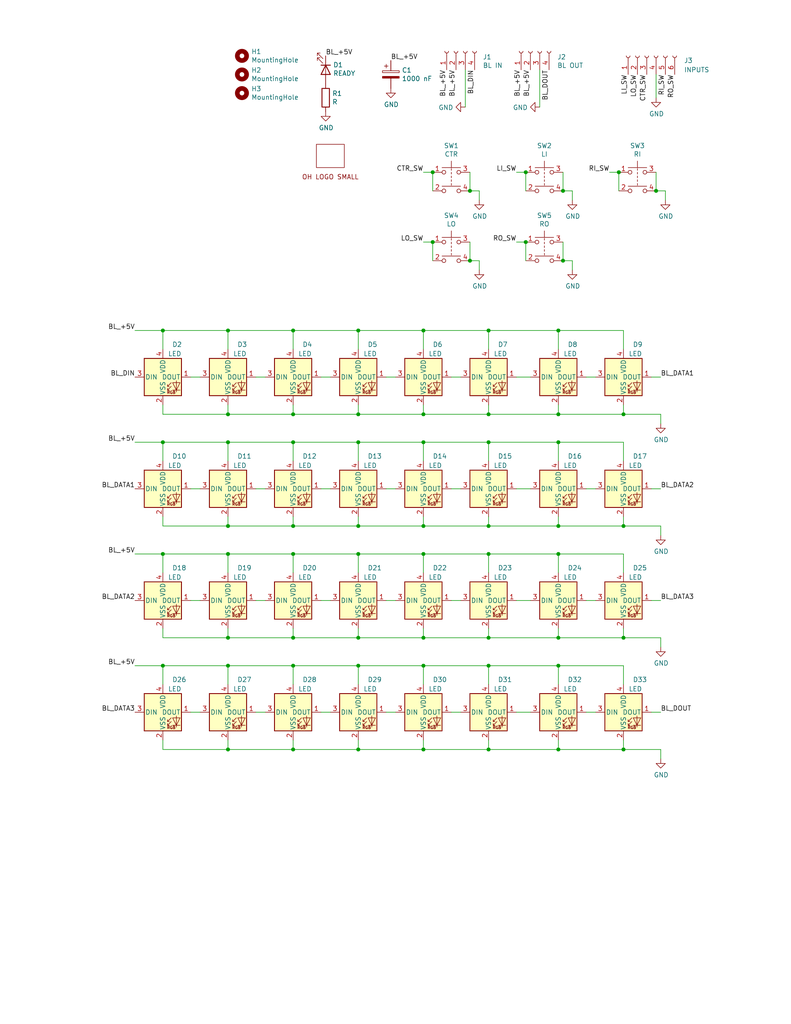
<source format=kicad_sch>
(kicad_sch (version 20211123) (generator eeschema)
  (paper "A" portrait)
  (title_block (title "JETT STATION SELECT") (date "2021-09-18") (rev "1") (company "www.OpenHornet.com"))
  (lib_symbols
    (symbol "Connector:Conn_01x04_Female" (pin_names (offset 1.016) hide)
      (property "Reference" "J" (at 0 5.08 0))
      (property "Value" "Conn_01x04_Female" (at 0 -7.62 0))
      (symbol "Conn_01x04_Female_1_1"
        (arc (start 0 -4.572) (mid -0.508 -5.08) (end 0 -5.588) (stroke (width 0.1524)))
        (arc (start 0 -2.032) (mid -0.508 -2.54) (end 0 -3.048) (stroke (width 0.1524)))
        (polyline (pts (xy -1.27 -5.08) (xy -0.508 -5.08)) (stroke (width 0.1524)))
        (polyline (pts (xy -1.27 -2.54) (xy -0.508 -2.54)) (stroke (width 0.1524)))
        (polyline (pts (xy -1.27 0) (xy -0.508 0)) (stroke (width 0.1524)))
        (polyline (pts (xy -1.27 2.54) (xy -0.508 2.54)) (stroke (width 0.1524)))
        (arc (start 0 0.508) (mid -0.508 0) (end 0 -0.508) (stroke (width 0.1524)))
        (arc (start 0 3.048) (mid -0.508 2.54) (end 0 2.032) (stroke (width 0.1524)))
        (pin passive line (at -5.08 2.54 0) (length 3.81) (name "Pin_1") (number "1"))
        (pin passive line (at -5.08 0 0) (length 3.81) (name "Pin_2") (number "2"))
        (pin passive line (at -5.08 -2.54 0) (length 3.81) (name "Pin_3") (number "3"))
        (pin passive line (at -5.08 -5.08 0) (length 3.81) (name "Pin_4") (number "4"))
      )
    )
    (symbol "Connector:Conn_01x06_Female" (pin_names (offset 1.016) hide)
      (property "Reference" "J" (at 0 7.62 0))
      (property "Value" "Conn_01x06_Female" (at 0 -10.16 0))
      (symbol "Conn_01x06_Female_1_1"
        (arc (start 0 -7.112) (mid -0.508 -7.62) (end 0 -8.128) (stroke (width 0.1524)))
        (arc (start 0 -4.572) (mid -0.508 -5.08) (end 0 -5.588) (stroke (width 0.1524)))
        (arc (start 0 -2.032) (mid -0.508 -2.54) (end 0 -3.048) (stroke (width 0.1524)))
        (polyline (pts (xy -1.27 -7.62) (xy -0.508 -7.62)) (stroke (width 0.1524)))
        (polyline (pts (xy -1.27 -5.08) (xy -0.508 -5.08)) (stroke (width 0.1524)))
        (polyline (pts (xy -1.27 -2.54) (xy -0.508 -2.54)) (stroke (width 0.1524)))
        (polyline (pts (xy -1.27 0) (xy -0.508 0)) (stroke (width 0.1524)))
        (polyline (pts (xy -1.27 2.54) (xy -0.508 2.54)) (stroke (width 0.1524)))
        (polyline (pts (xy -1.27 5.08) (xy -0.508 5.08)) (stroke (width 0.1524)))
        (arc (start 0 0.508) (mid -0.508 0) (end 0 -0.508) (stroke (width 0.1524)))
        (arc (start 0 3.048) (mid -0.508 2.54) (end 0 2.032) (stroke (width 0.1524)))
        (arc (start 0 5.588) (mid -0.508 5.08) (end 0 4.572) (stroke (width 0.1524)))
        (pin passive line (at -5.08 5.08 0) (length 3.81) (name "Pin_1") (number "1"))
        (pin passive line (at -5.08 2.54 0) (length 3.81) (name "Pin_2") (number "2"))
        (pin passive line (at -5.08 0 0) (length 3.81) (name "Pin_3") (number "3"))
        (pin passive line (at -5.08 -2.54 0) (length 3.81) (name "Pin_4") (number "4"))
        (pin passive line (at -5.08 -5.08 0) (length 3.81) (name "Pin_5") (number "5"))
        (pin passive line (at -5.08 -7.62 0) (length 3.81) (name "Pin_6") (number "6"))
      )
    )
    (symbol "Device:LED" (pin_numbers hide) (pin_names (offset 1.016) hide)
      (property "Reference" "D" (at 0 2.54 0))
      (property "Value" "LED" (at 0 -2.54 0))
      (symbol "LED_0_1"
        (polyline (pts (xy -1.27 -1.27) (xy -1.27 1.27)) (stroke (width 0.254)))
        (polyline (pts (xy -1.27 0) (xy 1.27 0)))
        (polyline (pts (xy 1.27 -1.27) (xy 1.27 1.27) (xy -1.27 0) (xy 1.27 -1.27)) (stroke (width 0.254)))
        (polyline (pts (xy -3.048 -0.762) (xy -4.572 -2.286) (xy -3.81 -2.286) (xy -4.572 -2.286) (xy -4.572 -1.524)))
        (polyline (pts (xy -1.778 -0.762) (xy -3.302 -2.286) (xy -2.54 -2.286) (xy -3.302 -2.286) (xy -3.302 -1.524)))
      )
      (symbol "LED_1_1"
        (pin passive line (at -3.81 0 0) (length 2.54) (name "K") (number "1"))
        (pin passive line (at 3.81 0 180) (length 2.54) (name "A") (number "2"))
      )
    )
    (symbol "Device:R" (pin_numbers hide) (pin_names (offset 0))
      (property "Reference" "R" (at 2.032 0 90))
      (property "Value" "R" (at 0 0 90))
      (symbol "R_0_1"
        (rectangle (start -1.016 -2.54) (end 1.016 2.54) (stroke (width 0.254)))
      )
      (symbol "R_1_1"
        (pin passive line (at 0 3.81 270) (length 1.27) (name "~") (number "1"))
        (pin passive line (at 0 -3.81 90) (length 1.27) (name "~") (number "2"))
      )
    )
    (symbol "JETT-STATION-SELECT-rescue:CP-Device" (pin_numbers hide) (pin_names (offset 0.254))
      (property "Reference" "C" (at 0.635 2.54 0))
      (property "Value" "CP-Device" (at 0.635 -2.54 0))
      (symbol "CP-Device_0_1"
        (rectangle (start -2.286 0.508) (end 2.286 1.016))
        (polyline (pts (xy -1.778 2.286) (xy -0.762 2.286)))
        (polyline (pts (xy -1.27 2.794) (xy -1.27 1.778)))
        (rectangle (start 2.286 -0.508) (end -2.286 -1.016) (fill (type outline)))
      )
      (symbol "CP-Device_1_1"
        (pin passive line (at 0 3.81 270) (length 2.794) (name "~") (number "1"))
        (pin passive line (at 0 -3.81 90) (length 2.794) (name "~") (number "2"))
      )
    )
    (symbol "JETT-STATION-SELECT-rescue:WS2812B-2020-KiCadCustomLib" (pin_names (offset 0.254))
      (property "Reference" "D" (at 5.08 5.715 0))
      (property "Value" "WS2812B-2020-KiCadCustomLib" (at 1.27 -5.715 0))
      (symbol "WS2812B-2020-KiCadCustomLib_0_0"
        (text "RGB" (at 2.286 -4.191 0) (effects (font (size 0.762 0.762))))
      )
      (symbol "WS2812B-2020-KiCadCustomLib_0_1"
        (polyline (pts (xy 1.27 -3.556) (xy 1.778 -3.556)))
        (polyline (pts (xy 1.27 -2.54) (xy 1.778 -2.54)))
        (polyline (pts (xy 4.699 -3.556) (xy 2.667 -3.556)))
        (polyline (pts (xy 2.286 -2.54) (xy 1.27 -3.556) (xy 1.27 -3.048)))
        (polyline (pts (xy 2.286 -1.524) (xy 1.27 -2.54) (xy 1.27 -2.032)))
        (polyline (pts (xy 3.683 -1.016) (xy 3.683 -3.556) (xy 3.683 -4.064)))
        (polyline (pts (xy 4.699 -1.524) (xy 2.667 -1.524) (xy 3.683 -3.556) (xy 4.699 -1.524)))
        (rectangle (start 5.08 5.08) (end -5.08 -5.08) (stroke (width 0.254)) (fill (type background)))
      )
      (symbol "WS2812B-2020-KiCadCustomLib_1_1"
        (pin output line (at 7.62 0 180) (length 2.54) (name "DOUT") (number "1"))
        (pin power_in line (at 0 -7.62 90) (length 2.54) (name "VSS") (number "2"))
        (pin input line (at -7.62 0 0) (length 2.54) (name "DIN") (number "3"))
        (pin power_in line (at 0 7.62 270) (length 2.54) (name "VDD") (number "4"))
      )
    )
    (symbol "KiCadCustomLib:Omron_B3F-1026" (pin_names (offset 1.016) hide)
      (property "Reference" "SW" (at 1.27 2.54 0))
      (property "Value" "Omron_B3F-1026" (at 0 -6.858 0))
      (symbol "Omron_B3F-1026_0_1"
        (circle (center -2.032 -5.08) (radius 0.508))
        (circle (center -2.032 0) (radius 0.508))
        (polyline (pts (xy 0 -3.048) (xy 0 -3.556)))
        (polyline (pts (xy 0 -2.032) (xy 0 -2.54)))
        (polyline (pts (xy 0 -1.524) (xy 0 -1.016)))
        (polyline (pts (xy 0 -0.508) (xy 0 0)))
        (polyline (pts (xy 0 0.508) (xy 0 1.016)))
        (polyline (pts (xy 0 1.27) (xy 0 3.048)))
        (polyline (pts (xy 2.54 -3.81) (xy -2.54 -3.81)))
        (polyline (pts (xy 2.54 1.27) (xy -2.54 1.27)))
        (circle (center 2.032 -5.08) (radius 0.508))
        (circle (center 2.032 0) (radius 0.508))
        (pin passive line (at -5.08 0 0) (length 2.54) (name "1") (number "1"))
        (pin passive line (at -5.08 -5.08 0) (length 2.54) (name "2") (number "2"))
        (pin passive line (at 5.08 0 180) (length 2.54) (name "3") (number "3"))
        (pin passive line (at 5.08 -5.08 180) (length 2.54) (name "4") (number "4"))
      )
    )
    (symbol "KiCadCustomLib:OpenHornetLogoSmall" (pin_numbers hide) (pin_names (offset 0) hide)
      (symbol "OpenHornetLogoSmall_0_0"
        (text "OH LOGO SMALL" (at 0 2.54 0) (effects (font (size 1.27 1.27))))
      )
      (symbol "OpenHornetLogoSmall_0_1"
        (rectangle (start 3.81 5.08) (end -3.81 11.43))
      )
    )
    (symbol "Mechanical:MountingHole" (pin_names (offset 1.016))
      (property "Reference" "H" (at 0 5.08 0))
      (property "Value" "MountingHole" (at 0 3.175 0))
      (symbol "MountingHole_0_1"
        (circle (center 0 0) (radius 1.27) (stroke (width 1.27)))
      )
    )
    (symbol "power:GND" (power) (pin_names (offset 0))
      (property "Value" "GND" (at 0 -3.81 0))
      (symbol "GND_0_1"
        (polyline (pts (xy 0 0) (xy 0 -1.27) (xy 1.27 -1.27) (xy 0 -2.54) (xy -1.27 -1.27) (xy 0 -1.27)))
      )
      (symbol "GND_1_1"
        (pin power_in line (at 0 0 270) (length 0) hide (name "GND") (number "1"))
      )
    )
  )
  (junction (at 80.01 181.61))
  (junction (at 97.79 181.61))
  (junction (at 80.01 143.51))
  (junction (at 133.35 204.47))
  (junction (at 133.35 113.03))
  (junction (at 168.91 46.99))
  (junction (at 97.79 143.51))
  (junction (at 152.4 113.03))
  (junction (at 44.45 90.17))
  (junction (at 62.23 204.47))
  (junction (at 152.4 143.51))
  (junction (at 44.45 120.65))
  (junction (at 152.4 120.65))
  (junction (at 152.4 204.47))
  (junction (at 97.79 151.13))
  (junction (at 115.57 204.47))
  (junction (at 152.4 151.13))
  (junction (at 152.4 173.99))
  (junction (at 80.01 90.17))
  (junction (at 80.01 151.13))
  (junction (at 133.35 143.51))
  (junction (at 115.57 90.17))
  (junction (at 133.35 151.13))
  (junction (at 143.51 46.99))
  (junction (at 152.4 90.17))
  (junction (at 118.11 66.04))
  (junction (at 179.07 52.07))
  (junction (at 115.57 181.61))
  (junction (at 97.79 120.65))
  (junction (at 133.35 173.99))
  (junction (at 80.01 120.65))
  (junction (at 62.23 90.17))
  (junction (at 143.51 66.04))
  (junction (at 153.67 71.12))
  (junction (at 80.01 113.03))
  (junction (at 170.18 173.99))
  (junction (at 170.18 204.47))
  (junction (at 62.23 143.51))
  (junction (at 44.45 151.13))
  (junction (at 80.01 173.99))
  (junction (at 128.27 71.12))
  (junction (at 97.79 173.99))
  (junction (at 62.23 120.65))
  (junction (at 62.23 173.99))
  (junction (at 133.35 181.61))
  (junction (at 128.27 52.07))
  (junction (at 153.67 52.07))
  (junction (at 133.35 120.65))
  (junction (at 133.35 90.17))
  (junction (at 115.57 120.65))
  (junction (at 62.23 113.03))
  (junction (at 115.57 173.99))
  (junction (at 62.23 151.13))
  (junction (at 152.4 181.61))
  (junction (at 62.23 181.61))
  (junction (at 115.57 143.51))
  (junction (at 97.79 204.47))
  (junction (at 118.11 46.99))
  (junction (at 97.79 90.17))
  (junction (at 80.01 204.47))
  (junction (at 115.57 113.03))
  (junction (at 115.57 151.13))
  (junction (at 97.79 113.03))
  (junction (at 44.45 181.61))
  (junction (at 170.18 143.51))
  (junction (at 170.18 113.03))
  (wire (pts (xy 177.8 133.35) (xy 180.34 133.35)))
  (wire (pts (xy 97.79 143.51) (xy 115.57 143.51)))
  (wire (pts (xy 115.57 120.65) (xy 133.35 120.65)))
  (wire (pts (xy 133.35 201.93) (xy 133.35 204.47)))
  (wire (pts (xy 179.07 52.07) (xy 179.07 46.99)))
  (wire (pts (xy 62.23 140.97) (xy 62.23 143.51)))
  (wire (pts (xy 97.79 201.93) (xy 97.79 204.47)))
  (wire (pts (xy 105.41 163.83) (xy 107.95 163.83)))
  (wire (pts (xy 80.01 110.49) (xy 80.01 113.03)))
  (wire (pts (xy 105.41 194.31) (xy 107.95 194.31)))
  (wire (pts (xy 115.57 156.21) (xy 115.57 151.13)))
  (wire (pts (xy 118.11 46.99) (xy 118.11 52.07)))
  (wire (pts (xy 80.01 143.51) (xy 97.79 143.51)))
  (wire (pts (xy 156.21 54.61) (xy 156.21 52.07)))
  (wire (pts (xy 133.35 90.17) (xy 152.4 90.17)))
  (wire (pts (xy 160.02 133.35) (xy 162.56 133.35)))
  (wire (pts (xy 179.07 20.32) (xy 179.07 26.67)))
  (wire (pts (xy 44.45 181.61) (xy 62.23 181.61)))
  (wire (pts (xy 97.79 125.73) (xy 97.79 120.65)))
  (wire (pts (xy 115.57 46.99) (xy 118.11 46.99)))
  (wire (pts (xy 44.45 110.49) (xy 44.45 113.03)))
  (wire (pts (xy 52.07 102.87) (xy 54.61 102.87)))
  (wire (pts (xy 156.21 71.12) (xy 153.67 71.12)))
  (wire (pts (xy 180.34 204.47) (xy 180.34 207.01)))
  (wire (pts (xy 97.79 173.99) (xy 115.57 173.99)))
  (wire (pts (xy 140.97 194.31) (xy 144.78 194.31)))
  (wire (pts (xy 115.57 173.99) (xy 133.35 173.99)))
  (wire (pts (xy 133.35 95.25) (xy 133.35 90.17)))
  (wire (pts (xy 128.27 71.12) (xy 128.27 66.04)))
  (wire (pts (xy 44.45 90.17) (xy 62.23 90.17)))
  (wire (pts (xy 130.81 52.07) (xy 128.27 52.07)))
  (wire (pts (xy 97.79 95.25) (xy 97.79 90.17)))
  (wire (pts (xy 152.4 120.65) (xy 170.18 120.65)))
  (wire (pts (xy 140.97 66.04) (xy 143.51 66.04)))
  (wire (pts (xy 152.4 113.03) (xy 170.18 113.03)))
  (wire (pts (xy 80.01 186.69) (xy 80.01 181.61)))
  (wire (pts (xy 115.57 201.93) (xy 115.57 204.47)))
  (wire (pts (xy 115.57 204.47) (xy 133.35 204.47)))
  (wire (pts (xy 115.57 66.04) (xy 118.11 66.04)))
  (wire (pts (xy 80.01 95.25) (xy 80.01 90.17)))
  (wire (pts (xy 80.01 204.47) (xy 97.79 204.47)))
  (wire (pts (xy 62.23 156.21) (xy 62.23 151.13)))
  (wire (pts (xy 115.57 151.13) (xy 133.35 151.13)))
  (wire (pts (xy 170.18 201.93) (xy 170.18 204.47)))
  (wire (pts (xy 115.57 113.03) (xy 133.35 113.03)))
  (wire (pts (xy 44.45 95.25) (xy 44.45 90.17)))
  (wire (pts (xy 62.23 113.03) (xy 80.01 113.03)))
  (wire (pts (xy 133.35 143.51) (xy 152.4 143.51)))
  (wire (pts (xy 140.97 163.83) (xy 144.78 163.83)))
  (wire (pts (xy 123.19 194.31) (xy 125.73 194.31)))
  (wire (pts (xy 115.57 125.73) (xy 115.57 120.65)))
  (wire (pts (xy 80.01 201.93) (xy 80.01 204.47)))
  (wire (pts (xy 80.01 90.17) (xy 97.79 90.17)))
  (wire (pts (xy 115.57 186.69) (xy 115.57 181.61)))
  (wire (pts (xy 170.18 186.69) (xy 170.18 181.61)))
  (wire (pts (xy 177.8 102.87) (xy 180.34 102.87)))
  (wire (pts (xy 170.18 110.49) (xy 170.18 113.03)))
  (wire (pts (xy 44.45 151.13) (xy 62.23 151.13)))
  (wire (pts (xy 62.23 201.93) (xy 62.23 204.47)))
  (wire (pts (xy 97.79 90.17) (xy 115.57 90.17)))
  (wire (pts (xy 152.4 95.25) (xy 152.4 90.17)))
  (wire (pts (xy 62.23 171.45) (xy 62.23 173.99)))
  (wire (pts (xy 170.18 113.03) (xy 180.34 113.03)))
  (wire (pts (xy 80.01 151.13) (xy 97.79 151.13)))
  (wire (pts (xy 133.35 113.03) (xy 152.4 113.03)))
  (wire (pts (xy 133.35 125.73) (xy 133.35 120.65)))
  (wire (pts (xy 44.45 120.65) (xy 62.23 120.65)))
  (wire (pts (xy 152.4 110.49) (xy 152.4 113.03)))
  (wire (pts (xy 44.45 201.93) (xy 44.45 204.47)))
  (wire (pts (xy 69.85 133.35) (xy 72.39 133.35)))
  (wire (pts (xy 97.79 186.69) (xy 97.79 181.61)))
  (wire (pts (xy 160.02 163.83) (xy 162.56 163.83)))
  (wire (pts (xy 36.83 181.61) (xy 44.45 181.61)))
  (wire (pts (xy 62.23 151.13) (xy 80.01 151.13)))
  (wire (pts (xy 44.45 140.97) (xy 44.45 143.51)))
  (wire (pts (xy 52.07 163.83) (xy 54.61 163.83)))
  (wire (pts (xy 133.35 181.61) (xy 152.4 181.61)))
  (wire (pts (xy 44.45 171.45) (xy 44.45 173.99)))
  (wire (pts (xy 152.4 201.93) (xy 152.4 204.47)))
  (wire (pts (xy 133.35 186.69) (xy 133.35 181.61)))
  (wire (pts (xy 123.19 102.87) (xy 125.73 102.87)))
  (wire (pts (xy 133.35 173.99) (xy 152.4 173.99)))
  (wire (pts (xy 115.57 143.51) (xy 133.35 143.51)))
  (wire (pts (xy 80.01 113.03) (xy 97.79 113.03)))
  (wire (pts (xy 170.18 125.73) (xy 170.18 120.65)))
  (wire (pts (xy 152.4 204.47) (xy 170.18 204.47)))
  (wire (pts (xy 166.37 46.99) (xy 168.91 46.99)))
  (wire (pts (xy 130.81 73.66) (xy 130.81 71.12)))
  (wire (pts (xy 170.18 140.97) (xy 170.18 143.51)))
  (wire (pts (xy 36.83 90.17) (xy 44.45 90.17)))
  (wire (pts (xy 170.18 173.99) (xy 180.34 173.99)))
  (wire (pts (xy 80.01 181.61) (xy 97.79 181.61)))
  (wire (pts (xy 87.63 133.35) (xy 90.17 133.35)))
  (wire (pts (xy 152.4 181.61) (xy 170.18 181.61)))
  (wire (pts (xy 156.21 73.66) (xy 156.21 71.12)))
  (wire (pts (xy 152.4 140.97) (xy 152.4 143.51)))
  (wire (pts (xy 80.01 156.21) (xy 80.01 151.13)))
  (wire (pts (xy 170.18 95.25) (xy 170.18 90.17)))
  (wire (pts (xy 97.79 204.47) (xy 115.57 204.47)))
  (wire (pts (xy 87.63 194.31) (xy 90.17 194.31)))
  (wire (pts (xy 130.81 71.12) (xy 128.27 71.12)))
  (wire (pts (xy 44.45 204.47) (xy 62.23 204.47)))
  (wire (pts (xy 62.23 173.99) (xy 80.01 173.99)))
  (wire (pts (xy 115.57 181.61) (xy 133.35 181.61)))
  (wire (pts (xy 170.18 204.47) (xy 180.34 204.47)))
  (wire (pts (xy 133.35 156.21) (xy 133.35 151.13)))
  (wire (pts (xy 152.4 90.17) (xy 170.18 90.17)))
  (wire (pts (xy 44.45 156.21) (xy 44.45 151.13)))
  (wire (pts (xy 152.4 156.21) (xy 152.4 151.13)))
  (wire (pts (xy 123.19 133.35) (xy 125.73 133.35)))
  (wire (pts (xy 115.57 90.17) (xy 133.35 90.17)))
  (wire (pts (xy 153.67 52.07) (xy 153.67 46.99)))
  (wire (pts (xy 170.18 143.51) (xy 180.34 143.51)))
  (wire (pts (xy 133.35 110.49) (xy 133.35 113.03)))
  (wire (pts (xy 44.45 113.03) (xy 62.23 113.03)))
  (wire (pts (xy 69.85 163.83) (xy 72.39 163.83)))
  (wire (pts (xy 105.41 133.35) (xy 107.95 133.35)))
  (wire (pts (xy 62.23 95.25) (xy 62.23 90.17)))
  (wire (pts (xy 80.01 120.65) (xy 97.79 120.65)))
  (wire (pts (xy 128.27 52.07) (xy 128.27 46.99)))
  (wire (pts (xy 87.63 102.87) (xy 90.17 102.87)))
  (wire (pts (xy 180.34 113.03) (xy 180.34 115.57)))
  (wire (pts (xy 36.83 151.13) (xy 44.45 151.13)))
  (wire (pts (xy 69.85 194.31) (xy 72.39 194.31)))
  (wire (pts (xy 97.79 120.65) (xy 115.57 120.65)))
  (wire (pts (xy 52.07 194.31) (xy 54.61 194.31)))
  (wire (pts (xy 62.23 204.47) (xy 80.01 204.47)))
  (wire (pts (xy 115.57 140.97) (xy 115.57 143.51)))
  (wire (pts (xy 133.35 140.97) (xy 133.35 143.51)))
  (wire (pts (xy 133.35 120.65) (xy 152.4 120.65)))
  (wire (pts (xy 52.07 133.35) (xy 54.61 133.35)))
  (wire (pts (xy 62.23 120.65) (xy 80.01 120.65)))
  (wire (pts (xy 140.97 133.35) (xy 144.78 133.35)))
  (wire (pts (xy 80.01 140.97) (xy 80.01 143.51)))
  (wire (pts (xy 62.23 143.51) (xy 80.01 143.51)))
  (wire (pts (xy 160.02 194.31) (xy 162.56 194.31)))
  (wire (pts (xy 170.18 156.21) (xy 170.18 151.13)))
  (wire (pts (xy 118.11 66.04) (xy 118.11 71.12)))
  (wire (pts (xy 87.63 163.83) (xy 90.17 163.83)))
  (wire (pts (xy 69.85 102.87) (xy 72.39 102.87)))
  (wire (pts (xy 152.4 125.73) (xy 152.4 120.65)))
  (wire (pts (xy 62.23 110.49) (xy 62.23 113.03)))
  (wire (pts (xy 97.79 140.97) (xy 97.79 143.51)))
  (wire (pts (xy 160.02 102.87) (xy 162.56 102.87)))
  (wire (pts (xy 168.91 46.99) (xy 168.91 52.07)))
  (wire (pts (xy 133.35 151.13) (xy 152.4 151.13)))
  (wire (pts (xy 115.57 110.49) (xy 115.57 113.03)))
  (wire (pts (xy 80.01 173.99) (xy 97.79 173.99)))
  (wire (pts (xy 44.45 143.51) (xy 62.23 143.51)))
  (wire (pts (xy 133.35 171.45) (xy 133.35 173.99)))
  (wire (pts (xy 123.19 163.83) (xy 125.73 163.83)))
  (wire (pts (xy 181.61 54.61) (xy 181.61 52.07)))
  (wire (pts (xy 133.35 204.47) (xy 152.4 204.47)))
  (wire (pts (xy 127 19.05) (xy 127 29.21)))
  (wire (pts (xy 180.34 173.99) (xy 180.34 176.53)))
  (wire (pts (xy 36.83 120.65) (xy 44.45 120.65)))
  (wire (pts (xy 97.79 181.61) (xy 115.57 181.61)))
  (wire (pts (xy 105.41 102.87) (xy 107.95 102.87)))
  (wire (pts (xy 143.51 66.04) (xy 143.51 71.12)))
  (wire (pts (xy 181.61 52.07) (xy 179.07 52.07)))
  (wire (pts (xy 152.4 151.13) (xy 170.18 151.13)))
  (wire (pts (xy 140.97 46.99) (xy 143.51 46.99)))
  (wire (pts (xy 62.23 90.17) (xy 80.01 90.17)))
  (wire (pts (xy 152.4 173.99) (xy 170.18 173.99)))
  (wire (pts (xy 152.4 143.51) (xy 170.18 143.51)))
  (wire (pts (xy 97.79 171.45) (xy 97.79 173.99)))
  (wire (pts (xy 97.79 113.03) (xy 115.57 113.03)))
  (wire (pts (xy 115.57 95.25) (xy 115.57 90.17)))
  (wire (pts (xy 80.01 171.45) (xy 80.01 173.99)))
  (wire (pts (xy 180.34 143.51) (xy 180.34 146.05)))
  (wire (pts (xy 140.97 102.87) (xy 144.78 102.87)))
  (wire (pts (xy 130.81 54.61) (xy 130.81 52.07)))
  (wire (pts (xy 97.79 156.21) (xy 97.79 151.13)))
  (wire (pts (xy 152.4 186.69) (xy 152.4 181.61)))
  (wire (pts (xy 62.23 181.61) (xy 80.01 181.61)))
  (wire (pts (xy 97.79 151.13) (xy 115.57 151.13)))
  (wire (pts (xy 152.4 171.45) (xy 152.4 173.99)))
  (wire (pts (xy 143.51 46.99) (xy 143.51 52.07)))
  (wire (pts (xy 44.45 186.69) (xy 44.45 181.61)))
  (wire (pts (xy 170.18 171.45) (xy 170.18 173.99)))
  (wire (pts (xy 156.21 52.07) (xy 153.67 52.07)))
  (wire (pts (xy 44.45 173.99) (xy 62.23 173.99)))
  (wire (pts (xy 62.23 125.73) (xy 62.23 120.65)))
  (wire (pts (xy 115.57 171.45) (xy 115.57 173.99)))
  (wire (pts (xy 147.32 29.21) (xy 147.32 19.05)))
  (wire (pts (xy 97.79 110.49) (xy 97.79 113.03)))
  (wire (pts (xy 62.23 186.69) (xy 62.23 181.61)))
  (wire (pts (xy 177.8 194.31) (xy 180.34 194.31)))
  (wire (pts (xy 177.8 163.83) (xy 180.34 163.83)))
  (wire (pts (xy 80.01 125.73) (xy 80.01 120.65)))
  (wire (pts (xy 153.67 71.12) (xy 153.67 66.04)))
  (wire (pts (xy 44.45 125.73) (xy 44.45 120.65)))
  (label "RI_SW" (at 181.61 20.32 270))
  (label "BL_+5V" (at 36.83 90.17 180))
  (label "RO_SW" (at 184.15 20.32 270))
  (label "BL_+5V" (at 36.83 120.65 180))
  (label "LO_SW" (at 173.99 20.32 270))
  (label "BL_DATA2" (at 180.34 133.35 0))
  (label "BL_DOUT" (at 149.86 19.05 270))
  (label "BL_DIN" (at 36.83 102.87 180))
  (label "BL_+5V" (at 124.46 19.05 270))
  (label "BL_DOUT" (at 180.34 194.31 0))
  (label "BL_+5V" (at 142.24 19.05 270))
  (label "CTR_SW" (at 176.53 20.32 270))
  (label "LI_SW" (at 140.97 46.99 180))
  (label "BL_+5V" (at 36.83 151.13 180))
  (label "LI_SW" (at 171.45 20.32 270))
  (label "BL_+5V" (at 121.92 19.05 270))
  (label "BL_DATA1" (at 180.34 102.87 0))
  (label "BL_DIN" (at 129.54 19.05 270))
  (label "LO_SW" (at 115.57 66.04 180))
  (label "BL_DATA3" (at 36.83 194.31 180))
  (label "BL_+5V" (at 144.78 19.05 270))
  (label "BL_+5V" (at 36.83 181.61 180))
  (label "BL_DATA1" (at 36.83 133.35 180))
  (label "CTR_SW" (at 115.57 46.99 180))
  (label "RI_SW" (at 166.37 46.99 180))
  (label "RO_SW" (at 140.97 66.04 180))
  (label "BL_+5V" (at 88.9 15.24 0))
  (label "BL_DATA2" (at 36.83 163.83 180))
  (label "BL_DATA3" (at 180.34 163.83 0))
  (label "BL_+5V" (at 106.68 16.51 0))
  (symbol (lib_id "power:GND") (at 130.81 54.61 0) (unit 1)
    (property "Reference" "#PWR03" (effects hide))
    (property "Value" "GND" (at 130.937 59.0042 0))
  )
  (symbol (lib_id "Connector:Conn_01x04_Female") (at 124.46 13.97 90) (unit 1)
    (property "Reference" "J1" (at 131.7752 15.5448 90) (effects (justify right)))
    (property "Value" "BL IN" (at 131.7752 17.8562 90) (effects (justify right)))
    (property "Footprint" "Connector_Molex:Molex_Mini-Fit_Jr_5566-04A_2x02_P4.20mm_Vertical" (effects hide))
  )
  (symbol (lib_id "Connector:Conn_01x04_Female") (at 144.78 13.97 90) (unit 1)
    (property "Reference" "J2" (at 152.0952 15.5448 90) (effects (justify right)))
    (property "Value" "BL OUT" (at 152.0952 17.8562 90) (effects (justify right)))
    (property "Footprint" "Connector_Molex:Molex_Mini-Fit_Jr_5566-04A_2x02_P4.20mm_Vertical" (effects hide))
  )
  (symbol (lib_id "power:GND") (at 127 29.21 270) (unit 1)
    (property "Reference" "#PWR08" (effects hide))
    (property "Value" "GND" (at 123.7488 29.337 90) (effects (justify right)))
  )
  (symbol (lib_id "Connector:Conn_01x06_Female") (at 176.53 15.24 90) (unit 1)
    (property "Reference" "J3" (at 186.69 16.51 90) (effects (justify right)))
    (property "Value" "INPUTS" (at 186.69 19.05 90) (effects (justify right)))
    (property "Footprint" "Connector_PinHeader_2.54mm:PinHeader_2x03_P2.54mm_Vertical" (effects hide))
  )
  (symbol (lib_id "power:GND") (at 147.32 29.21 270) (unit 1)
    (property "Reference" "#PWR09" (effects hide))
    (property "Value" "GND" (at 144.0688 29.337 90) (effects (justify right)))
  )
  (symbol (lib_id "Device:LED") (at 88.9 19.05 270) (unit 1)
    (property "Reference" "D1" (at 90.932 17.7038 90) (effects (justify left)))
    (property "Value" "READY" (at 90.932 20.0152 90) (effects (justify left)))
    (property "Footprint" "LED_THT:LED_D3.0mm" (effects hide))
  )
  (symbol (lib_id "Device:R") (at 88.9 26.67 0) (unit 1)
    (property "Reference" "R1" (at 90.678 25.5016 0) (effects (justify left)))
    (property "Value" "R" (at 90.678 27.813 0) (effects (justify left)))
    (property "Footprint" "Resistor_SMD:R_0603_1608Metric" (effects hide))
    (property "LCSC" "C23138" (effects hide))
  )
  (symbol (lib_id "power:GND") (at 88.9 30.48 0) (unit 1)
    (property "Reference" "#PWR010" (effects hide))
    (property "Value" "GND" (at 89.027 34.8742 0))
  )
  (symbol (lib_id "JETT-STATION-SELECT-rescue:CP-Device") (at 106.68 20.32 0) (unit 1)
    (property "Reference" "C1" (at 109.6772 19.1516 0) (effects (justify left)))
    (property "Value" "1000 nF" (at 109.6772 21.463 0) (effects (justify left)))
    (property "Footprint" "Capacitor_SMD:CP_Elec_8x10" (effects hide))
  )
  (symbol (lib_id "power:GND") (at 106.68 24.13 0) (unit 1)
    (property "Reference" "#PWR02" (effects hide))
    (property "Value" "GND" (at 106.807 28.5242 0))
  )
  (symbol (lib_id "JETT-STATION-SELECT-rescue:WS2812B-2020-KiCadCustomLib") (at 44.45 102.87 0) (unit 1)
    (property "Reference" "D2" (at 46.99 93.98 0) (effects (justify left)))
    (property "Value" "LED" (at 49.53 96.52 0) (effects (justify right)))
    (property "Footprint" "KiCAD Libraries:WS2812-2020" (effects hide))
    (property "Datasheet" "https://www.mouser.com/pdfDocs/WS2812B-2020_V10_EN_181106150240761.pdf" (effects hide))
    (property "LCSC" "C965555" (effects hide))
  )
  (symbol (lib_id "KiCadCustomLib:Omron_B3F-1026") (at 123.19 46.99 0) (unit 1)
    (property "Reference" "SW1" (at 123.19 39.751 0))
    (property "Value" "CTR" (at 123.19 42.0624 0))
    (property "Footprint" "Button_Switch_THT:SW_TH_Tactile_Omron_B3F-10xx" (effects hide))
  )
  (symbol (lib_id "power:GND") (at 156.21 54.61 0) (unit 1)
    (property "Reference" "#PWR05" (effects hide))
    (property "Value" "GND" (at 156.337 59.0042 0))
  )
  (symbol (lib_id "KiCadCustomLib:Omron_B3F-1026") (at 148.59 46.99 0) (unit 1)
    (property "Reference" "SW2" (at 148.59 39.751 0))
    (property "Value" "LI" (at 148.59 42.0624 0))
    (property "Footprint" "Button_Switch_THT:SW_TH_Tactile_Omron_B3F-10xx" (effects hide))
  )
  (symbol (lib_id "power:GND") (at 181.61 54.61 0) (unit 1)
    (property "Reference" "#PWR06" (effects hide))
    (property "Value" "GND" (at 181.737 59.0042 0))
  )
  (symbol (lib_id "KiCadCustomLib:Omron_B3F-1026") (at 173.99 46.99 0) (unit 1)
    (property "Reference" "SW3" (at 173.99 39.751 0))
    (property "Value" "RI" (at 173.99 42.0624 0))
    (property "Footprint" "Button_Switch_THT:SW_TH_Tactile_Omron_B3F-10xx" (effects hide))
  )
  (symbol (lib_id "power:GND") (at 130.81 73.66 0) (unit 1)
    (property "Reference" "#PWR012" (effects hide))
    (property "Value" "GND" (at 130.937 78.0542 0))
  )
  (symbol (lib_id "KiCadCustomLib:Omron_B3F-1026") (at 123.19 66.04 0) (unit 1)
    (property "Reference" "SW4" (at 123.19 58.801 0))
    (property "Value" "LO" (at 123.19 61.1124 0))
    (property "Footprint" "Button_Switch_THT:SW_TH_Tactile_Omron_B3F-10xx" (effects hide))
  )
  (symbol (lib_id "power:GND") (at 156.21 73.66 0) (unit 1)
    (property "Reference" "#PWR013" (effects hide))
    (property "Value" "GND" (at 156.337 78.0542 0))
  )
  (symbol (lib_id "KiCadCustomLib:Omron_B3F-1026") (at 148.59 66.04 0) (unit 1)
    (property "Reference" "SW5" (at 148.59 58.801 0))
    (property "Value" "RO" (at 148.59 61.1124 0))
    (property "Footprint" "Button_Switch_THT:SW_TH_Tactile_Omron_B3F-10xx" (effects hide))
  )
  (symbol (lib_id "power:GND") (at 179.07 26.67 0) (unit 1)
    (property "Reference" "#PWR0101" (effects hide))
    (property "Value" "GND" (at 179.197 31.0642 0))
  )
  (symbol (lib_id "JETT-STATION-SELECT-rescue:WS2812B-2020-KiCadCustomLib") (at 62.23 102.87 0) (unit 1)
    (property "Reference" "D3" (at 64.77 93.98 0) (effects (justify left)))
    (property "Value" "LED" (at 67.31 96.52 0) (effects (justify right)))
    (property "Footprint" "KiCAD Libraries:WS2812-2020" (effects hide))
    (property "Datasheet" "https://www.mouser.com/pdfDocs/WS2812B-2020_V10_EN_181106150240761.pdf" (effects hide))
    (property "LCSC" "C965555" (effects hide))
  )
  (symbol (lib_id "JETT-STATION-SELECT-rescue:WS2812B-2020-KiCadCustomLib") (at 80.01 102.87 0) (unit 1)
    (property "Reference" "D4" (at 82.55 93.98 0) (effects (justify left)))
    (property "Value" "LED" (at 85.09 96.52 0) (effects (justify right)))
    (property "Footprint" "KiCAD Libraries:WS2812-2020" (effects hide))
    (property "Datasheet" "https://www.mouser.com/pdfDocs/WS2812B-2020_V10_EN_181106150240761.pdf" (effects hide))
    (property "LCSC" "C965555" (effects hide))
  )
  (symbol (lib_id "JETT-STATION-SELECT-rescue:WS2812B-2020-KiCadCustomLib") (at 97.79 102.87 0) (unit 1)
    (property "Reference" "D5" (at 100.33 93.98 0) (effects (justify left)))
    (property "Value" "LED" (at 102.87 96.52 0) (effects (justify right)))
    (property "Footprint" "KiCAD Libraries:WS2812-2020" (effects hide))
    (property "Datasheet" "https://www.mouser.com/pdfDocs/WS2812B-2020_V10_EN_181106150240761.pdf" (effects hide))
    (property "LCSC" "C965555" (effects hide))
  )
  (symbol (lib_id "JETT-STATION-SELECT-rescue:WS2812B-2020-KiCadCustomLib") (at 115.57 102.87 0) (unit 1)
    (property "Reference" "D6" (at 118.11 93.98 0) (effects (justify left)))
    (property "Value" "LED" (at 120.65 96.52 0) (effects (justify right)))
    (property "Footprint" "KiCAD Libraries:WS2812-2020" (effects hide))
    (property "Datasheet" "https://www.mouser.com/pdfDocs/WS2812B-2020_V10_EN_181106150240761.pdf" (effects hide))
    (property "LCSC" "C965555" (effects hide))
  )
  (symbol (lib_id "JETT-STATION-SELECT-rescue:WS2812B-2020-KiCadCustomLib") (at 133.35 102.87 0) (unit 1)
    (property "Reference" "D7" (at 135.89 93.98 0) (effects (justify left)))
    (property "Value" "LED" (at 138.43 96.52 0) (effects (justify right)))
    (property "Footprint" "KiCAD Libraries:WS2812-2020" (effects hide))
    (property "Datasheet" "https://www.mouser.com/pdfDocs/WS2812B-2020_V10_EN_181106150240761.pdf" (effects hide))
    (property "LCSC" "C965555" (effects hide))
  )
  (symbol (lib_id "JETT-STATION-SELECT-rescue:WS2812B-2020-KiCadCustomLib") (at 152.4 102.87 0) (unit 1)
    (property "Reference" "D8" (at 154.94 93.98 0) (effects (justify left)))
    (property "Value" "LED" (at 157.48 96.52 0) (effects (justify right)))
    (property "Footprint" "KiCAD Libraries:WS2812-2020" (effects hide))
    (property "Datasheet" "https://www.mouser.com/pdfDocs/WS2812B-2020_V10_EN_181106150240761.pdf" (effects hide))
    (property "LCSC" "C965555" (effects hide))
  )
  (symbol (lib_id "JETT-STATION-SELECT-rescue:WS2812B-2020-KiCadCustomLib") (at 170.18 102.87 0) (unit 1)
    (property "Reference" "D9" (at 172.72 93.98 0) (effects (justify left)))
    (property "Value" "LED" (at 175.26 96.52 0) (effects (justify right)))
    (property "Footprint" "KiCAD Libraries:WS2812-2020" (effects hide))
    (property "Datasheet" "https://www.mouser.com/pdfDocs/WS2812B-2020_V10_EN_181106150240761.pdf" (effects hide))
    (property "LCSC" "C965555" (effects hide))
  )
  (symbol (lib_id "power:GND") (at 180.34 115.57 0) (unit 1)
    (property "Reference" "#PWR016" (effects hide))
    (property "Value" "GND" (at 180.467 119.9642 0))
  )
  (symbol (lib_id "JETT-STATION-SELECT-rescue:WS2812B-2020-KiCadCustomLib") (at 44.45 133.35 0) (unit 1)
    (property "Reference" "D10" (at 46.99 124.46 0) (effects (justify left)))
    (property "Value" "LED" (at 49.53 127 0) (effects (justify right)))
    (property "Footprint" "KiCAD Libraries:WS2812-2020" (effects hide))
    (property "Datasheet" "https://www.mouser.com/pdfDocs/WS2812B-2020_V10_EN_181106150240761.pdf" (effects hide))
    (property "LCSC" "C965555" (effects hide))
  )
  (symbol (lib_id "JETT-STATION-SELECT-rescue:WS2812B-2020-KiCadCustomLib") (at 62.23 133.35 0) (unit 1)
    (property "Reference" "D11" (at 64.77 124.46 0) (effects (justify left)))
    (property "Value" "LED" (at 67.31 127 0) (effects (justify right)))
    (property "Footprint" "KiCAD Libraries:WS2812-2020" (effects hide))
    (property "Datasheet" "https://www.mouser.com/pdfDocs/WS2812B-2020_V10_EN_181106150240761.pdf" (effects hide))
    (property "LCSC" "C965555" (effects hide))
  )
  (symbol (lib_id "JETT-STATION-SELECT-rescue:WS2812B-2020-KiCadCustomLib") (at 80.01 133.35 0) (unit 1)
    (property "Reference" "D12" (at 82.55 124.46 0) (effects (justify left)))
    (property "Value" "LED" (at 85.09 127 0) (effects (justify right)))
    (property "Footprint" "KiCAD Libraries:WS2812-2020" (effects hide))
    (property "Datasheet" "https://www.mouser.com/pdfDocs/WS2812B-2020_V10_EN_181106150240761.pdf" (effects hide))
    (property "LCSC" "C965555" (effects hide))
  )
  (symbol (lib_id "JETT-STATION-SELECT-rescue:WS2812B-2020-KiCadCustomLib") (at 97.79 133.35 0) (unit 1)
    (property "Reference" "D13" (at 100.33 124.46 0) (effects (justify left)))
    (property "Value" "LED" (at 102.87 127 0) (effects (justify right)))
    (property "Footprint" "KiCAD Libraries:WS2812-2020" (effects hide))
    (property "Datasheet" "https://www.mouser.com/pdfDocs/WS2812B-2020_V10_EN_181106150240761.pdf" (effects hide))
    (property "LCSC" "C965555" (effects hide))
  )
  (symbol (lib_id "JETT-STATION-SELECT-rescue:WS2812B-2020-KiCadCustomLib") (at 115.57 133.35 0) (unit 1)
    (property "Reference" "D14" (at 118.11 124.46 0) (effects (justify left)))
    (property "Value" "LED" (at 120.65 127 0) (effects (justify right)))
    (property "Footprint" "KiCAD Libraries:WS2812-2020" (effects hide))
    (property "Datasheet" "https://www.mouser.com/pdfDocs/WS2812B-2020_V10_EN_181106150240761.pdf" (effects hide))
    (property "LCSC" "C965555" (effects hide))
  )
  (symbol (lib_id "JETT-STATION-SELECT-rescue:WS2812B-2020-KiCadCustomLib") (at 133.35 133.35 0) (unit 1)
    (property "Reference" "D15" (at 135.89 124.46 0) (effects (justify left)))
    (property "Value" "LED" (at 138.43 127 0) (effects (justify right)))
    (property "Footprint" "KiCAD Libraries:WS2812-2020" (effects hide))
    (property "Datasheet" "https://www.mouser.com/pdfDocs/WS2812B-2020_V10_EN_181106150240761.pdf" (effects hide))
    (property "LCSC" "C965555" (effects hide))
  )
  (symbol (lib_id "JETT-STATION-SELECT-rescue:WS2812B-2020-KiCadCustomLib") (at 152.4 133.35 0) (unit 1)
    (property "Reference" "D16" (at 154.94 124.46 0) (effects (justify left)))
    (property "Value" "LED" (at 157.48 127 0) (effects (justify right)))
    (property "Footprint" "KiCAD Libraries:WS2812-2020" (effects hide))
    (property "Datasheet" "https://www.mouser.com/pdfDocs/WS2812B-2020_V10_EN_181106150240761.pdf" (effects hide))
    (property "LCSC" "C965555" (effects hide))
  )
  (symbol (lib_id "JETT-STATION-SELECT-rescue:WS2812B-2020-KiCadCustomLib") (at 170.18 133.35 0) (unit 1)
    (property "Reference" "D17" (at 172.72 124.46 0) (effects (justify left)))
    (property "Value" "LED" (at 175.26 127 0) (effects (justify right)))
    (property "Footprint" "KiCAD Libraries:WS2812-2020" (effects hide))
    (property "Datasheet" "https://www.mouser.com/pdfDocs/WS2812B-2020_V10_EN_181106150240761.pdf" (effects hide))
    (property "LCSC" "C965555" (effects hide))
  )
  (symbol (lib_id "power:GND") (at 180.34 146.05 0) (unit 1)
    (property "Reference" "#PWR017" (effects hide))
    (property "Value" "GND" (at 180.467 150.4442 0))
  )
  (symbol (lib_id "JETT-STATION-SELECT-rescue:WS2812B-2020-KiCadCustomLib") (at 44.45 163.83 0) (unit 1)
    (property "Reference" "D18" (at 46.99 154.94 0) (effects (justify left)))
    (property "Value" "LED" (at 49.53 157.48 0) (effects (justify right)))
    (property "Footprint" "KiCAD Libraries:WS2812-2020" (effects hide))
    (property "Datasheet" "https://www.mouser.com/pdfDocs/WS2812B-2020_V10_EN_181106150240761.pdf" (effects hide))
    (property "LCSC" "C965555" (effects hide))
  )
  (symbol (lib_id "JETT-STATION-SELECT-rescue:WS2812B-2020-KiCadCustomLib") (at 62.23 163.83 0) (unit 1)
    (property "Reference" "D19" (at 64.77 154.94 0) (effects (justify left)))
    (property "Value" "LED" (at 67.31 157.48 0) (effects (justify right)))
    (property "Footprint" "KiCAD Libraries:WS2812-2020" (effects hide))
    (property "Datasheet" "https://www.mouser.com/pdfDocs/WS2812B-2020_V10_EN_181106150240761.pdf" (effects hide))
    (property "LCSC" "C965555" (effects hide))
  )
  (symbol (lib_id "JETT-STATION-SELECT-rescue:WS2812B-2020-KiCadCustomLib") (at 80.01 163.83 0) (unit 1)
    (property "Reference" "D20" (at 82.55 154.94 0) (effects (justify left)))
    (property "Value" "LED" (at 85.09 157.48 0) (effects (justify right)))
    (property "Footprint" "KiCAD Libraries:WS2812-2020" (effects hide))
    (property "Datasheet" "https://www.mouser.com/pdfDocs/WS2812B-2020_V10_EN_181106150240761.pdf" (effects hide))
    (property "LCSC" "C965555" (effects hide))
  )
  (symbol (lib_id "JETT-STATION-SELECT-rescue:WS2812B-2020-KiCadCustomLib") (at 97.79 163.83 0) (unit 1)
    (property "Reference" "D21" (at 100.33 154.94 0) (effects (justify left)))
    (property "Value" "LED" (at 102.87 157.48 0) (effects (justify right)))
    (property "Footprint" "KiCAD Libraries:WS2812-2020" (effects hide))
    (property "Datasheet" "https://www.mouser.com/pdfDocs/WS2812B-2020_V10_EN_181106150240761.pdf" (effects hide))
    (property "LCSC" "C965555" (effects hide))
  )
  (symbol (lib_id "JETT-STATION-SELECT-rescue:WS2812B-2020-KiCadCustomLib") (at 115.57 163.83 0) (unit 1)
    (property "Reference" "D22" (at 118.11 154.94 0) (effects (justify left)))
    (property "Value" "LED" (at 120.65 157.48 0) (effects (justify right)))
    (property "Footprint" "KiCAD Libraries:WS2812-2020" (effects hide))
    (property "Datasheet" "https://www.mouser.com/pdfDocs/WS2812B-2020_V10_EN_181106150240761.pdf" (effects hide))
    (property "LCSC" "C965555" (effects hide))
  )
  (symbol (lib_id "JETT-STATION-SELECT-rescue:WS2812B-2020-KiCadCustomLib") (at 133.35 163.83 0) (unit 1)
    (property "Reference" "D23" (at 135.89 154.94 0) (effects (justify left)))
    (property "Value" "LED" (at 138.43 157.48 0) (effects (justify right)))
    (property "Footprint" "KiCAD Libraries:WS2812-2020" (effects hide))
    (property "Datasheet" "https://www.mouser.com/pdfDocs/WS2812B-2020_V10_EN_181106150240761.pdf" (effects hide))
    (property "LCSC" "C965555" (effects hide))
  )
  (symbol (lib_id "JETT-STATION-SELECT-rescue:WS2812B-2020-KiCadCustomLib") (at 152.4 163.83 0) (unit 1)
    (property "Reference" "D24" (at 154.94 154.94 0) (effects (justify left)))
    (property "Value" "LED" (at 157.48 157.48 0) (effects (justify right)))
    (property "Footprint" "KiCAD Libraries:WS2812-2020" (effects hide))
    (property "Datasheet" "https://www.mouser.com/pdfDocs/WS2812B-2020_V10_EN_181106150240761.pdf" (effects hide))
    (property "LCSC" "C965555" (effects hide))
  )
  (symbol (lib_id "JETT-STATION-SELECT-rescue:WS2812B-2020-KiCadCustomLib") (at 170.18 163.83 0) (unit 1)
    (property "Reference" "D25" (at 172.72 154.94 0) (effects (justify left)))
    (property "Value" "LED" (at 175.26 157.48 0) (effects (justify right)))
    (property "Footprint" "KiCAD Libraries:WS2812-2020" (effects hide))
    (property "Datasheet" "https://www.mouser.com/pdfDocs/WS2812B-2020_V10_EN_181106150240761.pdf" (effects hide))
    (property "LCSC" "C965555" (effects hide))
  )
  (symbol (lib_id "power:GND") (at 180.34 176.53 0) (unit 1)
    (property "Reference" "#PWR018" (effects hide))
    (property "Value" "GND" (at 180.467 180.9242 0))
  )
  (symbol (lib_id "JETT-STATION-SELECT-rescue:WS2812B-2020-KiCadCustomLib") (at 44.45 194.31 0) (unit 1)
    (property "Reference" "D26" (at 46.99 185.42 0) (effects (justify left)))
    (property "Value" "LED" (at 49.53 187.96 0) (effects (justify right)))
    (property "Footprint" "KiCAD Libraries:WS2812-2020" (effects hide))
    (property "Datasheet" "https://www.mouser.com/pdfDocs/WS2812B-2020_V10_EN_181106150240761.pdf" (effects hide))
    (property "LCSC" "C965555" (effects hide))
  )
  (symbol (lib_id "JETT-STATION-SELECT-rescue:WS2812B-2020-KiCadCustomLib") (at 62.23 194.31 0) (unit 1)
    (property "Reference" "D27" (at 64.77 185.42 0) (effects (justify left)))
    (property "Value" "LED" (at 67.31 187.96 0) (effects (justify right)))
    (property "Footprint" "KiCAD Libraries:WS2812-2020" (effects hide))
    (property "Datasheet" "https://www.mouser.com/pdfDocs/WS2812B-2020_V10_EN_181106150240761.pdf" (effects hide))
    (property "LCSC" "C965555" (effects hide))
  )
  (symbol (lib_id "JETT-STATION-SELECT-rescue:WS2812B-2020-KiCadCustomLib") (at 80.01 194.31 0) (unit 1)
    (property "Reference" "D28" (at 82.55 185.42 0) (effects (justify left)))
    (property "Value" "LED" (at 85.09 187.96 0) (effects (justify right)))
    (property "Footprint" "KiCAD Libraries:WS2812-2020" (effects hide))
    (property "Datasheet" "https://www.mouser.com/pdfDocs/WS2812B-2020_V10_EN_181106150240761.pdf" (effects hide))
    (property "LCSC" "C965555" (effects hide))
  )
  (symbol (lib_id "JETT-STATION-SELECT-rescue:WS2812B-2020-KiCadCustomLib") (at 97.79 194.31 0) (unit 1)
    (property "Reference" "D29" (at 100.33 185.42 0) (effects (justify left)))
    (property "Value" "LED" (at 102.87 187.96 0) (effects (justify right)))
    (property "Footprint" "KiCAD Libraries:WS2812-2020" (effects hide))
    (property "Datasheet" "https://www.mouser.com/pdfDocs/WS2812B-2020_V10_EN_181106150240761.pdf" (effects hide))
    (property "LCSC" "C965555" (effects hide))
  )
  (symbol (lib_id "JETT-STATION-SELECT-rescue:WS2812B-2020-KiCadCustomLib") (at 115.57 194.31 0) (unit 1)
    (property "Reference" "D30" (at 118.11 185.42 0) (effects (justify left)))
    (property "Value" "LED" (at 120.65 187.96 0) (effects (justify right)))
    (property "Footprint" "KiCAD Libraries:WS2812-2020" (effects hide))
    (property "Datasheet" "https://www.mouser.com/pdfDocs/WS2812B-2020_V10_EN_181106150240761.pdf" (effects hide))
    (property "LCSC" "C965555" (effects hide))
  )
  (symbol (lib_id "JETT-STATION-SELECT-rescue:WS2812B-2020-KiCadCustomLib") (at 133.35 194.31 0) (unit 1)
    (property "Reference" "D31" (at 135.89 185.42 0) (effects (justify left)))
    (property "Value" "LED" (at 138.43 187.96 0) (effects (justify right)))
    (property "Footprint" "KiCAD Libraries:WS2812-2020" (effects hide))
    (property "Datasheet" "https://www.mouser.com/pdfDocs/WS2812B-2020_V10_EN_181106150240761.pdf" (effects hide))
    (property "LCSC" "C965555" (effects hide))
  )
  (symbol (lib_id "JETT-STATION-SELECT-rescue:WS2812B-2020-KiCadCustomLib") (at 152.4 194.31 0) (unit 1)
    (property "Reference" "D32" (at 154.94 185.42 0) (effects (justify left)))
    (property "Value" "LED" (at 157.48 187.96 0) (effects (justify right)))
    (property "Footprint" "KiCAD Libraries:WS2812-2020" (effects hide))
    (property "Datasheet" "https://www.mouser.com/pdfDocs/WS2812B-2020_V10_EN_181106150240761.pdf" (effects hide))
    (property "LCSC" "C965555" (effects hide))
  )
  (symbol (lib_id "JETT-STATION-SELECT-rescue:WS2812B-2020-KiCadCustomLib") (at 170.18 194.31 0) (unit 1)
    (property "Reference" "D33" (at 172.72 185.42 0) (effects (justify left)))
    (property "Value" "LED" (at 175.26 187.96 0) (effects (justify right)))
    (property "Footprint" "KiCAD Libraries:WS2812-2020" (effects hide))
    (property "Datasheet" "https://www.mouser.com/pdfDocs/WS2812B-2020_V10_EN_181106150240761.pdf" (effects hide))
    (property "LCSC" "C965555" (effects hide))
  )
  (symbol (lib_id "power:GND") (at 180.34 207.01 0) (unit 1)
    (property "Reference" "#PWR019" (effects hide))
    (property "Value" "GND" (at 180.467 211.4042 0))
  )
  (symbol (lib_id "KiCadCustomLib:OpenHornetLogoSmall") (at 90.17 50.8 0) (unit 1)
    (property "Reference" "LOGO1" (effects hide))
    (property "Value" "OpenHornetLogoSmall" (effects hide))
    (property "Footprint" "KiCAD Libraries:OH_LOGO_ONLY_11x6mm" (effects hide))
  )
  (symbol (lib_id "Mechanical:MountingHole") (at 66.04 15.24 0) (unit 1)
    (property "Reference" "H1" (at 68.58 14.0716 0) (effects (justify left)))
    (property "Value" "MountingHole" (at 68.58 16.383 0) (effects (justify left)))
    (property "Footprint" "MountingHole:MountingHole_2.5mm" (effects hide))
  )
  (symbol (lib_id "Mechanical:MountingHole") (at 66.04 20.32 0) (unit 1)
    (property "Reference" "H2" (at 68.58 19.1516 0) (effects (justify left)))
    (property "Value" "MountingHole" (at 68.58 21.463 0) (effects (justify left)))
    (property "Footprint" "MountingHole:MountingHole_2.5mm" (effects hide))
  )
  (symbol (lib_id "Mechanical:MountingHole") (at 66.04 25.4 0) (unit 1)
    (property "Reference" "H3" (at 68.58 24.2316 0) (effects (justify left)))
    (property "Value" "MountingHole" (at 68.58 26.543 0) (effects (justify left)))
    (property "Footprint" "MountingHole:MountingHole_2.5mm" (effects hide))
  )
)
</source>
